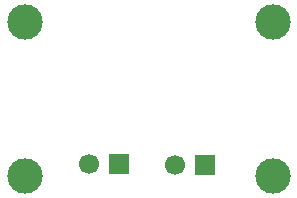
<source format=gbr>
%TF.GenerationSoftware,KiCad,Pcbnew,9.0.4*%
%TF.CreationDate,2025-10-29T17:36:43+05:30*%
%TF.ProjectId,usb_to_3.3v,7573625f-746f-45f3-932e-33762e6b6963,rev?*%
%TF.SameCoordinates,Original*%
%TF.FileFunction,Soldermask,Bot*%
%TF.FilePolarity,Negative*%
%FSLAX46Y46*%
G04 Gerber Fmt 4.6, Leading zero omitted, Abs format (unit mm)*
G04 Created by KiCad (PCBNEW 9.0.4) date 2025-10-29 17:36:43*
%MOMM*%
%LPD*%
G01*
G04 APERTURE LIST*
%ADD10R,1.700000X1.700000*%
%ADD11C,1.700000*%
%ADD12C,3.000000*%
G04 APERTURE END LIST*
D10*
%TO.C,J4*%
X153775000Y-91115000D03*
D11*
X151235000Y-91115000D03*
%TD*%
D10*
%TO.C,J3*%
X146500000Y-91000000D03*
D11*
X143960000Y-91000000D03*
%TD*%
D12*
%TO.C,REF\u002A\u002A*%
X138500000Y-92000000D03*
%TD*%
%TO.C,REF\u002A\u002A*%
X159500000Y-92000000D03*
%TD*%
%TO.C,REF\u002A\u002A*%
X138500000Y-79000000D03*
%TD*%
%TO.C,REF\u002A\u002A*%
X159500000Y-79000000D03*
%TD*%
M02*

</source>
